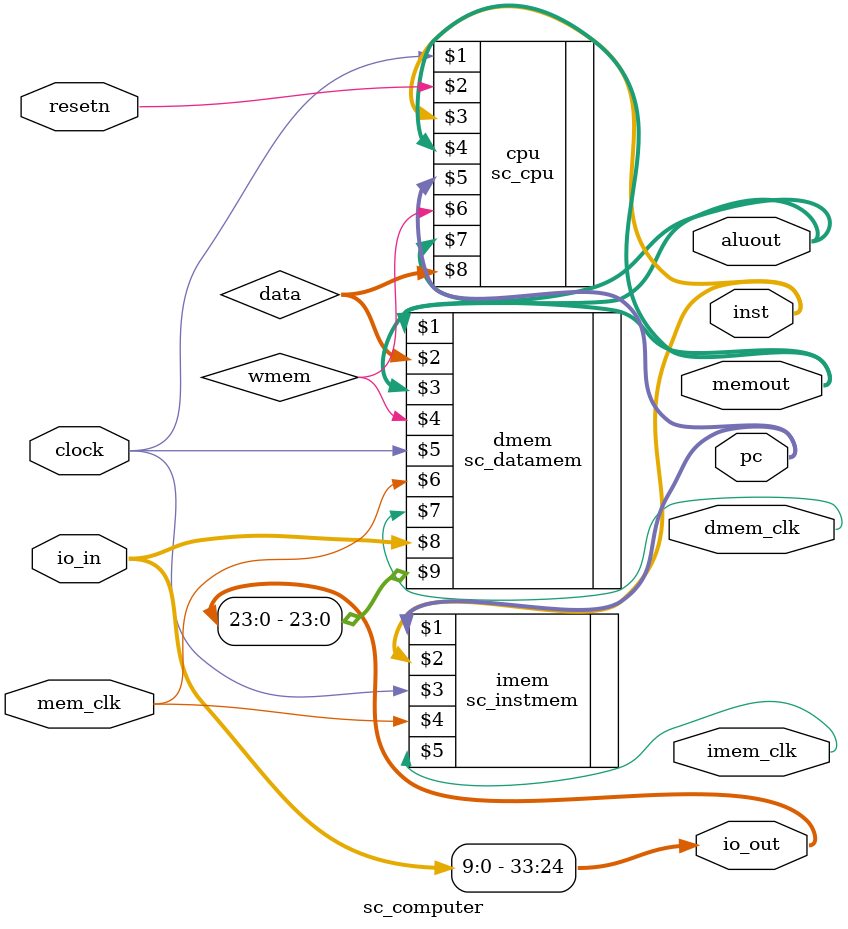
<source format=v>

module sc_computer (resetn,clock,mem_clk,pc,inst,aluout,memout,imem_clk,dmem_clk,
						io_in,io_out);
   
   input resetn,clock,mem_clk;
   output [31:0] pc,inst,aluout,memout;
   output        imem_clk,dmem_clk;
	input	[9:0]	io_in; //10 switch
	output	[33:0]	io_out;// 6 sevenseg
   wire   [31:0] data;
   wire          wmem; // all these "wire"s are used to connect or interface the cpu,dmem,imem and so on.
   
   sc_cpu cpu (clock,resetn,inst,memout,pc,wmem,aluout,data);          // CPU module.
   sc_instmem  imem (pc,inst,clock,mem_clk,imem_clk);                  // instruction memory.
   sc_datamem  dmem (aluout,data,memout,wmem,clock,mem_clk,dmem_clk,io_in,io_out[23:0] ); // data memory.
	assign io_out[33:24]=io_in;

endmodule




</source>
